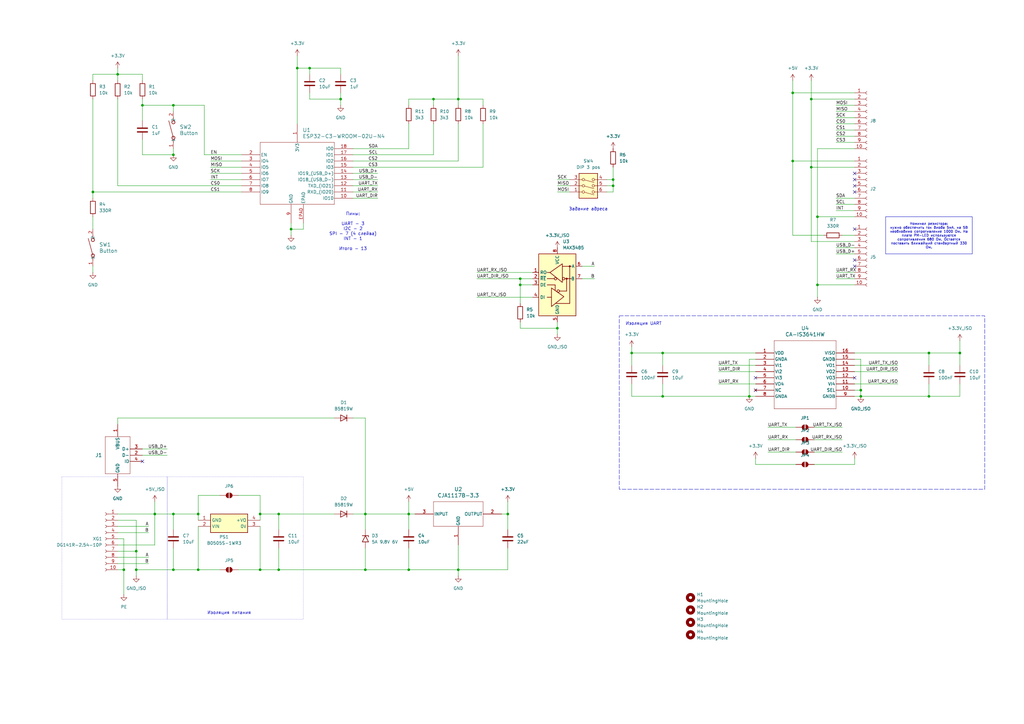
<source format=kicad_sch>
(kicad_sch (version 20231120) (generator "eeschema") (generator_version "8.0")
  (paper "A3")
  (title_block (title "${article} v${version}"))
  (junction (at 271.78 144.78))
  (junction (at 139.7 40.64))
  (junction (at 81.28 233.68))
  (junction (at 106.68 233.68))
  (junction (at 119.38 93.98))
  (junction (at 48.26 30.48))
  (junction (at 251.46 76.2))
  (junction (at 393.7 144.78))
  (junction (at 106.68 210.82))
  (junction (at 187.96 40.64))
  (junction (at 213.36 114.3))
  (junction (at 213.36 116.84))
  (junction (at 325.12 38.1))
  (junction (at 325.12 66.04))
  (junction (at 353.06 162.56))
  (junction (at 71.12 43.18))
  (junction (at 58.42 43.18))
  (junction (at 271.78 162.56))
  (junction (at 127 27.94))
  (junction (at 187.96 233.68))
  (junction (at 38.1 78.74))
  (junction (at 50.8 233.68))
  (junction (at 167.64 233.68))
  (junction (at 81.28 210.82))
  (junction (at 149.86 233.68))
  (junction (at 149.86 210.82))
  (junction (at 114.3 233.68))
  (junction (at 71.12 233.68))
  (junction (at 55.88 226.06))
  (junction (at 63.5 210.82))
  (junction (at 259.08 144.78))
  (junction (at 55.88 233.68))
  (junction (at 251.46 73.66))
  (junction (at 381 144.78))
  (junction (at 353.06 160.02))
  (junction (at 332.74 40.64))
  (junction (at 332.74 68.58))
  (junction (at 335.28 116.84))
  (junction (at 71.12 63.5))
  (junction (at 307.34 162.56))
  (junction (at 177.8 40.64))
  (junction (at 121.92 27.94))
  (junction (at 381 162.56))
  (junction (at 167.64 210.82))
  (junction (at 114.3 210.82))
  (junction (at 335.28 88.9))
  (junction (at 71.12 210.82))
  (junction (at 208.28 210.82))
  (junction (at 228.6 134.62))
  (no_connect (at 350.52 76.2))
  (no_connect (at 309.88 154.94))
  (no_connect (at 350.52 71.12))
  (no_connect (at 350.52 78.74))
  (no_connect (at 350.52 93.98))
  (no_connect (at 350.52 106.68))
  (no_connect (at 350.52 154.94))
  (no_connect (at 350.52 109.22))
  (no_connect (at 350.52 73.66))
  (no_connect (at 309.88 160.02))
  (no_connect (at 58.42 189.23))
  (wire (pts (xy 271.78 144.78) (xy 309.88 144.78)))
  (wire (pts (xy 332.74 40.64) (xy 350.52 40.64)))
  (wire (pts (xy 121.92 22.86) (xy 121.92 27.94)))
  (wire (pts (xy 334.01 185.42) (xy 345.44 185.42)))
  (wire (pts (xy 342.9 111.76) (xy 350.52 111.76)))
  (wire (pts (xy 350.52 157.48) (xy 368.3 157.48)))
  (wire (pts (xy 119.38 93.98) (xy 119.38 96.52)))
  (wire (pts (xy 325.12 66.04) (xy 325.12 96.52)))
  (wire (pts (xy 124.46 91.44) (xy 124.46 93.98)))
  (wire (pts (xy 58.42 30.48) (xy 58.42 33.02)))
  (wire (pts (xy 271.78 157.48) (xy 271.78 162.56)))
  (wire (pts (xy 228.6 78.74) (xy 233.68 78.74)))
  (wire (pts (xy 325.12 38.1) (xy 325.12 66.04)))
  (wire (pts (xy 342.9 50.8) (xy 350.52 50.8)))
  (wire (pts (xy 309.88 147.32) (xy 307.34 147.32)))
  (wire (pts (xy 50.8 233.68) (xy 48.26 233.68)))
  (wire (pts (xy 187.96 233.68) (xy 187.96 223.52)))
  (wire (pts (xy 248.92 76.2) (xy 251.46 76.2)))
  (wire (pts (xy 259.08 142.24) (xy 259.08 144.78)))
  (wire (pts (xy 271.78 149.86) (xy 271.78 144.78)))
  (wire (pts (xy 50.8 220.98) (xy 50.8 233.68)))
  (wire (pts (xy 144.78 171.45) (xy 149.86 171.45)))
  (wire (pts (xy 342.9 86.36) (xy 350.52 86.36)))
  (wire (pts (xy 167.64 210.82) (xy 167.64 217.17)))
  (wire (pts (xy 381 144.78) (xy 393.7 144.78)))
  (wire (pts (xy 248.92 73.66) (xy 251.46 73.66)))
  (wire (pts (xy 106.68 213.36) (xy 106.68 210.82)))
  (wire (pts (xy 71.12 43.18) (xy 71.12 45.72)))
  (wire (pts (xy 187.96 40.64) (xy 187.96 43.18)))
  (wire (pts (xy 58.42 43.18) (xy 58.42 49.53)))
  (wire (pts (xy 334.01 180.34) (xy 345.44 180.34)))
  (wire (pts (xy 58.42 63.5) (xy 71.12 63.5)))
  (wire (pts (xy 144.78 81.28) (xy 154.94 81.28)))
  (wire (pts (xy 259.08 149.86) (xy 259.08 144.78)))
  (wire (pts (xy 48.26 173.99) (xy 48.26 171.45)))
  (wire (pts (xy 381 144.78) (xy 350.52 144.78)))
  (wire (pts (xy 127 38.1) (xy 127 40.64)))
  (wire (pts (xy 342.9 101.6) (xy 350.52 101.6)))
  (wire (pts (xy 144.78 76.2) (xy 154.94 76.2)))
  (wire (pts (xy 335.28 60.96) (xy 335.28 88.9)))
  (wire (pts (xy 393.7 157.48) (xy 393.7 162.56)))
  (wire (pts (xy 294.64 152.4) (xy 309.88 152.4)))
  (wire (pts (xy 81.28 215.9) (xy 81.28 233.68)))
  (wire (pts (xy 187.96 50.8) (xy 187.96 66.04)))
  (wire (pts (xy 149.86 224.79) (xy 149.86 233.68)))
  (wire (pts (xy 332.74 68.58) (xy 350.52 68.58)))
  (wire (pts (xy 71.12 224.79) (xy 71.12 233.68)))
  (wire (pts (xy 48.26 213.36) (xy 55.88 213.36)))
  (wire (pts (xy 334.01 175.26) (xy 345.44 175.26)))
  (wire (pts (xy 314.96 185.42) (xy 326.39 185.42)))
  (wire (pts (xy 353.06 162.56) (xy 381 162.56)))
  (wire (pts (xy 307.34 162.56) (xy 309.88 162.56)))
  (wire (pts (xy 342.9 48.26) (xy 350.52 48.26)))
  (wire (pts (xy 381 157.48) (xy 381 162.56)))
  (wire (pts (xy 71.12 217.17) (xy 71.12 210.82)))
  (wire (pts (xy 213.36 132.08) (xy 213.36 134.62)))
  (wire (pts (xy 114.3 224.79) (xy 114.3 233.68)))
  (wire (pts (xy 86.36 71.12) (xy 99.06 71.12)))
  (wire (pts (xy 38.1 88.9) (xy 38.1 93.98)))
  (wire (pts (xy 38.1 30.48) (xy 48.26 30.48)))
  (wire (pts (xy 106.68 233.68) (xy 114.3 233.68)))
  (wire (pts (xy 195.58 114.3) (xy 213.36 114.3)))
  (wire (pts (xy 58.42 40.64) (xy 58.42 43.18)))
  (wire (pts (xy 350.52 60.96) (xy 335.28 60.96)))
  (wire (pts (xy 167.64 210.82) (xy 170.18 210.82)))
  (wire (pts (xy 38.1 33.02) (xy 38.1 30.48)))
  (wire (pts (xy 58.42 186.69) (xy 68.58 186.69)))
  (wire (pts (xy 342.9 53.34) (xy 350.52 53.34)))
  (wire (pts (xy 48.26 30.48) (xy 58.42 30.48)))
  (wire (pts (xy 58.42 184.15) (xy 68.58 184.15)))
  (wire (pts (xy 149.86 210.82) (xy 149.86 217.17)))
  (wire (pts (xy 121.92 27.94) (xy 121.92 50.8)))
  (wire (pts (xy 187.96 236.22) (xy 187.96 233.68)))
  (wire (pts (xy 127 40.64) (xy 139.7 40.64)))
  (wire (pts (xy 71.12 43.18) (xy 83.82 43.18)))
  (wire (pts (xy 167.64 40.64) (xy 177.8 40.64)))
  (wire (pts (xy 38.1 109.22) (xy 38.1 111.76)))
  (wire (pts (xy 177.8 40.64) (xy 187.96 40.64)))
  (wire (pts (xy 38.1 78.74) (xy 38.1 40.64)))
  (wire (pts (xy 325.12 33.02) (xy 325.12 38.1)))
  (wire (pts (xy 48.26 40.64) (xy 48.26 76.2)))
  (wire (pts (xy 228.6 134.62) (xy 228.6 137.16)))
  (wire (pts (xy 259.08 144.78) (xy 271.78 144.78)))
  (wire (pts (xy 208.28 210.82) (xy 208.28 217.17)))
  (wire (pts (xy 167.64 50.8) (xy 167.64 60.96)))
  (wire (pts (xy 48.26 228.6) (xy 60.96 228.6)))
  (wire (pts (xy 144.78 210.82) (xy 149.86 210.82)))
  (wire (pts (xy 119.38 91.44) (xy 119.38 93.98)))
  (wire (pts (xy 121.92 27.94) (xy 127 27.94)))
  (wire (pts (xy 218.44 116.84) (xy 213.36 116.84)))
  (wire (pts (xy 139.7 27.94) (xy 139.7 30.48)))
  (wire (pts (xy 106.68 210.82) (xy 114.3 210.82)))
  (wire (pts (xy 149.86 233.68) (xy 167.64 233.68)))
  (wire (pts (xy 350.52 116.84) (xy 335.28 116.84)))
  (wire (pts (xy 208.28 233.68) (xy 187.96 233.68)))
  (wire (pts (xy 55.88 226.06) (xy 55.88 233.68)))
  (wire (pts (xy 393.7 149.86) (xy 393.7 144.78)))
  (wire (pts (xy 55.88 213.36) (xy 55.88 226.06)))
  (wire (pts (xy 309.88 190.5) (xy 309.88 187.96)))
  (wire (pts (xy 294.64 157.48) (xy 309.88 157.48)))
  (wire (pts (xy 48.26 223.52) (xy 63.5 223.52)))
  (wire (pts (xy 81.28 233.68) (xy 90.17 233.68)))
  (wire (pts (xy 71.12 233.68) (xy 81.28 233.68)))
  (wire (pts (xy 167.64 233.68) (xy 187.96 233.68)))
  (wire (pts (xy 48.26 220.98) (xy 50.8 220.98)))
  (wire (pts (xy 63.5 205.74) (xy 63.5 210.82)))
  (wire (pts (xy 55.88 233.68) (xy 71.12 233.68)))
  (wire (pts (xy 144.78 68.58) (xy 198.12 68.58)))
  (wire (pts (xy 48.26 171.45) (xy 137.16 171.45)))
  (wire (pts (xy 127 27.94) (xy 139.7 27.94)))
  (wire (pts (xy 38.1 78.74) (xy 38.1 81.28)))
  (wire (pts (xy 71.12 60.96) (xy 71.12 63.5)))
  (wire (pts (xy 177.8 43.18) (xy 177.8 40.64)))
  (wire (pts (xy 342.9 58.42) (xy 350.52 58.42)))
  (wire (pts (xy 251.46 68.58) (xy 251.46 73.66)))
  (wire (pts (xy 139.7 40.64) (xy 139.7 43.18)))
  (wire (pts (xy 350.52 187.96) (xy 350.52 190.5)))
  (wire (pts (xy 119.38 93.98) (xy 124.46 93.98)))
  (wire (pts (xy 337.82 96.52) (xy 325.12 96.52)))
  (wire (pts (xy 271.78 162.56) (xy 307.34 162.56)))
  (wire (pts (xy 83.82 43.18) (xy 83.82 63.5)))
  (wire (pts (xy 63.5 210.82) (xy 63.5 223.52)))
  (wire (pts (xy 97.79 233.68) (xy 106.68 233.68)))
  (wire (pts (xy 208.28 210.82) (xy 208.28 205.74)))
  (wire (pts (xy 381 149.86) (xy 381 144.78)))
  (wire (pts (xy 90.17 203.2) (xy 81.28 203.2)))
  (wire (pts (xy 48.26 76.2) (xy 99.06 76.2)))
  (wire (pts (xy 393.7 139.7) (xy 393.7 144.78)))
  (wire (pts (xy 71.12 210.82) (xy 81.28 210.82)))
  (wire (pts (xy 350.52 190.5) (xy 334.01 190.5)))
  (wire (pts (xy 106.68 215.9) (xy 106.68 233.68)))
  (wire (pts (xy 350.52 152.4) (xy 368.3 152.4)))
  (wire (pts (xy 228.6 73.66) (xy 233.68 73.66)))
  (wire (pts (xy 228.6 134.62) (xy 228.6 132.08)))
  (wire (pts (xy 342.9 55.88) (xy 350.52 55.88)))
  (wire (pts (xy 350.52 160.02) (xy 353.06 160.02)))
  (wire (pts (xy 350.52 147.32) (xy 353.06 147.32)))
  (wire (pts (xy 381 162.56) (xy 393.7 162.56)))
  (wire (pts (xy 342.9 114.3) (xy 350.52 114.3)))
  (wire (pts (xy 259.08 162.56) (xy 271.78 162.56)))
  (wire (pts (xy 187.96 40.64) (xy 198.12 40.64)))
  (wire (pts (xy 332.74 40.64) (xy 332.74 68.58)))
  (wire (pts (xy 213.36 116.84) (xy 213.36 124.46)))
  (wire (pts (xy 195.58 121.92) (xy 218.44 121.92)))
  (wire (pts (xy 63.5 210.82) (xy 48.26 210.82)))
  (wire (pts (xy 228.6 76.2) (xy 233.68 76.2)))
  (wire (pts (xy 144.78 78.74) (xy 154.94 78.74)))
  (wire (pts (xy 114.3 217.17) (xy 114.3 210.82)))
  (wire (pts (xy 187.96 22.86) (xy 187.96 40.64)))
  (wire (pts (xy 208.28 224.79) (xy 208.28 233.68)))
  (wire (pts (xy 149.86 233.68) (xy 114.3 233.68)))
  (wire (pts (xy 195.58 111.76) (xy 218.44 111.76)))
  (wire (pts (xy 332.74 33.02) (xy 332.74 40.64)))
  (wire (pts (xy 149.86 171.45) (xy 149.86 210.82)))
  (wire (pts (xy 213.36 134.62) (xy 228.6 134.62)))
  (wire (pts (xy 342.9 81.28) (xy 350.52 81.28)))
  (wire (pts (xy 114.3 210.82) (xy 137.16 210.82)))
  (wire (pts (xy 177.8 50.8) (xy 177.8 63.5)))
  (wire (pts (xy 58.42 43.18) (xy 71.12 43.18)))
  (wire (pts (xy 332.74 99.06) (xy 350.52 99.06)))
  (wire (pts (xy 353.06 147.32) (xy 353.06 160.02)))
  (wire (pts (xy 144.78 60.96) (xy 167.64 60.96)))
  (wire (pts (xy 48.26 30.48) (xy 48.26 33.02)))
  (wire (pts (xy 314.96 180.34) (xy 326.39 180.34)))
  (wire (pts (xy 251.46 76.2) (xy 251.46 78.74)))
  (wire (pts (xy 248.92 78.74) (xy 251.46 78.74)))
  (wire (pts (xy 314.96 175.26) (xy 326.39 175.26)))
  (wire (pts (xy 81.28 213.36) (xy 81.28 210.82)))
  (wire (pts (xy 325.12 38.1) (xy 350.52 38.1)))
  (wire (pts (xy 335.28 116.84) (xy 335.28 121.92)))
  (wire (pts (xy 326.39 190.5) (xy 309.88 190.5)))
  (wire (pts (xy 353.06 160.02) (xy 353.06 162.56)))
  (wire (pts (xy 144.78 66.04) (xy 187.96 66.04)))
  (wire (pts (xy 63.5 210.82) (xy 71.12 210.82)))
  (wire (pts (xy 144.78 71.12) (xy 154.94 71.12)))
  (wire (pts (xy 86.36 68.58) (xy 99.06 68.58)))
  (wire (pts (xy 251.46 73.66) (xy 251.46 76.2)))
  (wire (pts (xy 259.08 157.48) (xy 259.08 162.56)))
  (wire (pts (xy 167.64 205.74) (xy 167.64 210.82)))
  (wire (pts (xy 50.8 243.84) (xy 50.8 233.68)))
  (wire (pts (xy 238.76 109.22) (xy 243.84 109.22)))
  (wire (pts (xy 167.64 224.79) (xy 167.64 233.68)))
  (wire (pts (xy 198.12 43.18) (xy 198.12 40.64)))
  (wire (pts (xy 48.26 215.9) (xy 60.96 215.9)))
  (wire (pts (xy 342.9 45.72) (xy 350.52 45.72)))
  (wire (pts (xy 342.9 43.18) (xy 350.52 43.18)))
  (wire (pts (xy 342.9 104.14) (xy 350.52 104.14)))
  (wire (pts (xy 213.36 116.84) (xy 213.36 114.3)))
  (wire (pts (xy 205.74 210.82) (xy 208.28 210.82)))
  (wire (pts (xy 238.76 114.3) (xy 243.84 114.3)))
  (wire (pts (xy 350.52 96.52) (xy 345.44 96.52)))
  (wire (pts (xy 350.52 149.86) (xy 368.3 149.86)))
  (wire (pts (xy 97.79 203.2) (xy 106.68 203.2)))
  (wire (pts (xy 350.52 162.56) (xy 353.06 162.56)))
  (wire (pts (xy 144.78 73.66) (xy 154.94 73.66)))
  (wire (pts (xy 149.86 210.82) (xy 167.64 210.82)))
  (wire (pts (xy 335.28 116.84) (xy 335.28 88.9)))
  (wire (pts (xy 127 30.48) (xy 127 27.94)))
  (wire (pts (xy 48.26 231.14) (xy 60.96 231.14)))
  (wire (pts (xy 48.26 27.94) (xy 48.26 30.48)))
  (wire (pts (xy 335.28 88.9) (xy 350.52 88.9)))
  (wire (pts (xy 144.78 63.5) (xy 177.8 63.5)))
  (wire (pts (xy 106.68 203.2) (xy 106.68 210.82)))
  (wire (pts (xy 294.64 149.86) (xy 309.88 149.86)))
  (wire (pts (xy 307.34 147.32) (xy 307.34 162.56)))
  (wire (pts (xy 332.74 99.06) (xy 332.74 68.58)))
  (wire (pts (xy 198.12 50.8) (xy 198.12 68.58)))
  (wire (pts (xy 55.88 233.68) (xy 55.88 236.22)))
  (wire (pts (xy 86.36 66.04) (xy 99.06 66.04)))
  (wire (pts (xy 58.42 57.15) (xy 58.42 63.5)))
  (wire (pts (xy 81.28 203.2) (xy 81.28 210.82)))
  (wire (pts (xy 325.12 66.04) (xy 350.52 66.04)))
  (wire (pts (xy 342.9 83.82) (xy 350.52 83.82)))
  (wire (pts (xy 83.82 63.5) (xy 99.06 63.5)))
  (wire (pts (xy 48.26 226.06) (xy 55.88 226.06)))
  (wire (pts (xy 213.36 114.3) (xy 218.44 114.3)))
  (wire (pts (xy 38.1 78.74) (xy 99.06 78.74)))
  (wire (pts (xy 86.36 73.66) (xy 99.06 73.66)))
  (wire (pts (xy 139.7 38.1) (xy 139.7 40.64)))
  (wire (pts (xy 48.26 218.44) (xy 60.96 218.44)))
  (wire (pts (xy 167.64 43.18) (xy 167.64 40.64)))
  (rectangle (start 25.4 195.58) (end 68.58 254) (stroke (width 0) (type dot)))
  (rectangle (start 254 129.54) (end 403.86 200.66) (stroke (width 0) (type dash)))
  (rectangle (start 68.58 195.58) (end 124.46 254) (stroke (width 0) (type dot)))
  (text_box "Номинал резистора:\nнужно обеспечить ток диода 5мА, на 5В необходимо сопротивление 1000 Ом. На плате PM-LED используются сопротивления 680 Ом. Остается поставить ближайший стандартный 330 Ом." (at 363.22 88.9 0) (size 35.56 15.24) (effects (font (size 1 1))))
  (text "Задание адреса" (at 241.3 85.852 0) (effects (font (size 1.27 1.27))))
  (text "Пины:\n\nUART - 3\nI2C - 2\nSPI - 7 (4 слейва)\nINT - 1\n\nИтого - 13" (at 144.78 94.996 0) (effects (font (size 1.27 1.27))))
  (text "Изоляция UART" (at 256.54 132.08 0) (effects (font (size 1.27 1.27)) (justify left top)))
  (text "Изоляция питания" (at 93.98 251.46 0) (effects (font (size 1.27 1.27))))
  (label "UART_RX_ISO" (at 368.3 157.48 180))
  (label "SDA" (at 342.9 81.28 0))
  (label "USB_D+" (at 68.58 184.15 180))
  (label "CS2" (at 154.94 66.04 180))
  (label "UART_DIR_ISO" (at 195.58 114.3 0))
  (label "USB_D-" (at 68.58 186.69 180))
  (label "CS0" (at 86.36 76.2 0))
  (label "CS1" (at 86.36 78.74 0))
  (label "UART_RX" (at 294.64 157.48 0))
  (label "UART_DIR_ISO" (at 368.3 152.4 180))
  (label "SCK" (at 228.6 73.66 0))
  (label "CS1" (at 342.9 53.34 0))
  (label "UART_TX_ISO" (at 345.44 175.26 180))
  (label "CS2" (at 342.9 55.88 0))
  (label "MISO" (at 228.6 76.2 0))
  (label "SCK" (at 86.36 71.12 0))
  (label "MOSI" (at 342.9 43.18 0))
  (label "UART_DIR" (at 314.96 185.42 0))
  (label "SCL" (at 342.9 83.82 0))
  (label "CS0" (at 342.9 50.8 0))
  (label "UART_DIR" (at 294.64 152.4 0))
  (label "SCK" (at 342.9 48.26 0))
  (label "UART_RX" (at 314.96 180.34 0))
  (label "USB_D+" (at 342.9 104.14 0))
  (label "A" (at 243.84 109.22 180))
  (label "INT" (at 342.9 86.36 0))
  (label "USB_D-" (at 154.94 73.66 180))
  (label "SCL" (at 154.94 63.5 180))
  (label "UART_RX_ISO" (at 345.44 180.34 180))
  (label "USB_D+" (at 154.94 71.12 180))
  (label "A" (at 60.96 228.6 180))
  (label "MISO" (at 342.9 45.72 0))
  (label "UART_TX_ISO" (at 368.3 149.86 180))
  (label "A" (at 60.96 215.9 180))
  (label "UART_DIR_ISO" (at 345.44 185.42 180))
  (label "UART_TX_ISO" (at 195.58 121.92 0))
  (label "CS3" (at 342.9 58.42 0))
  (label "MISO" (at 86.36 68.58 0))
  (label "SDA" (at 154.94 60.96 180))
  (label "UART_TX" (at 342.9 114.3 0))
  (label "UART_TX" (at 294.64 149.86 0))
  (label "UART_RX" (at 154.94 78.74 180))
  (label "UART_RX_ISO" (at 195.58 111.76 0))
  (label "CS3" (at 154.94 68.58 180))
  (label "EN" (at 86.36 63.5 0))
  (label "MOSI" (at 228.6 78.74 0))
  (label "UART_TX" (at 314.96 175.26 0))
  (label "UART_RX" (at 342.9 111.76 0))
  (label "B" (at 60.96 218.44 180))
  (label "MOSI" (at 86.36 66.04 0))
  (label "B" (at 60.96 231.14 180))
  (label "UART_TX" (at 154.94 76.2 180))
  (label "INT" (at 86.36 73.66 0))
  (label "USB_D-" (at 342.9 101.6 0))
  (label "UART_DIR" (at 154.94 81.28 180))
  (label "B" (at 243.84 114.3 180))
  (symbol (lib_id "kicad_inventree_lib:R_10k_1206_1%") (at 48.26 36.83 0) (unit 1)
    (property "Reference" "R2" (at 50.8 35.5599 0) (effects (justify left)))
    (property "Value" "10k" (at 50.8 38.0999 0) (effects (justify left)))
    (property "Footprint" "Resistor_SMD:R_1206_3216Metric_Pad1.30x1.75mm_HandSolder" (effects (hide yes)))
    (property "Datasheet" "http://inventree.network/part/26/" (effects (hide yes)))
    (property "Description" "Resistor" (effects (hide yes)))
    (property "NextPCB_price" "0.00169" (effects (hide yes)))
    (property "NextPCB_url" "https://www.hqonline.com/product-detail/chip-resistors-fojan-frc1206f3301ts-2500354421" (effects (hide yes)))
    (property "part_ipn" "R_10k_1206_1%" (effects (hide yes)))
  )
  (symbol (lib_id "Mechanical:MountingHole") (at 283.21 250.19 0) (unit 1) (exclude_from_sim yes) (in_bom no)
    (property "Reference" "H2" (at 285.75 248.9199 0) (effects (justify left)))
    (property "Value" "MountingHole" (at 285.75 251.4599 0) (effects (justify left)))
    (property "Footprint" "MountingHole:MountingHole_2.2mm_M2" (effects (hide yes)))
    (property "Description" "Mounting Hole without connection" (effects (hide yes)))
  )
  (symbol (lib_id "kicad_inventree_lib:DA-03BLP") (at 241.3 76.2 0) (mirror x) (unit 1)
    (property "Reference" "SW4" (at 241.3 66.04 0))
    (property "Value" "DIP 3 pos" (at 241.3 68.58 0))
    (property "Footprint" "kicad_inventree_lib:DA03BLP" (effects (hide yes)))
    (property "Datasheet" "http://inventree.network/part/175/" (effects (hide yes)))
    (property "Description" " 3 positions SPST 24V Blue 25mA 3000 Times Flat Toggle, Raised Style Plugin DIP Switches" (effects (hide yes)))
    (property "part_ipn" "DA-03BLP" (effects (hide yes)))
  )
  (symbol (lib_id "kicad_inventree_lib:TS-1088-AR02016") (at 71.12 60.96 90) (unit 1)
    (property "Reference" "SW2" (at 73.66 52.0699 90) (effects (font (size 1.524 1.524)) (justify right)))
    (property "Value" "Button" (at 73.66 54.6099 90) (effects (font (size 1.524 1.524)) (justify right)))
    (property "Footprint" "kicad_inventree_lib:SW_TS-1088_XNP-M" (effects (hide yes)))
    (property "Datasheet" "http://inventree.network/part/139/" (effects (hide yes)))
    (property "part_ipn" "TS-1088-AR02016 " (effects (hide yes)))
  )
  (symbol (lib_id "kicad_inventree_lib:R_10k_1206_1%") (at 251.46 64.77 0) (unit 1)
    (property "Reference" "R6" (at 254 63.4999 0) (effects (justify left)))
    (property "Value" "10k" (at 254 66.0399 0) (effects (justify left)))
    (property "Footprint" "Resistor_SMD:R_1206_3216Metric_Pad1.30x1.75mm_HandSolder" (effects (hide yes)))
    (property "Datasheet" "http://inventree.network/part/26/" (effects (hide yes)))
    (property "Description" "Resistor" (effects (hide yes)))
    (property "NextPCB_price" "0.00169" (effects (hide yes)))
    (property "NextPCB_url" "https://www.hqonline.com/product-detail/chip-resistors-fojan-frc1206f3301ts-2500354421" (effects (hide yes)))
    (property "part_ipn" "R_10k_1206_1%" (effects (hide yes)))
  )
  (symbol (lib_id "kicad_inventree_lib:C_10uF_16V_1206") (at 127 34.29 180) (unit 1)
    (property "Reference" "C2" (at 130.81 33.0199 0) (effects (justify right)))
    (property "Value" "10uF" (at 130.81 35.5599 0) (effects (justify right)))
    (property "Footprint" "Capacitor_SMD:C_1206_3216Metric_Pad1.33x1.80mm_HandSolder" (effects (hide yes)))
    (property "Datasheet" "http://inventree.network/part/141/" (effects (hide yes)))
    (property "Description" "Unpolarized capacitor" (effects (hide yes)))
    (property "part_ipn" "C_10uF_16V_1206" (effects (hide yes)))
  )
  (symbol (lib_id "power:GND") (at 307.34 162.56 0) (unit 1)
    (property "Reference" "#PWR021" (effects (hide yes)))
    (property "Value" "GND" (at 307.34 167.64 0))
    (property "Description" "Power symbol creates a global label with name \"GND\" , ground" (effects (hide yes)))
  )
  (symbol (lib_id "kicad_inventree_lib:R_330R_1206_1%") (at 38.1 85.09 0) (unit 1)
    (property "Reference" "R4" (at 40.64 83.8199 0) (effects (justify left)))
    (property "Value" "330R" (at 40.64 86.3599 0) (effects (justify left)))
    (property "Footprint" "Resistor_SMD:R_1206_3216Metric_Pad1.30x1.75mm_HandSolder" (effects (hide yes)))
    (property "Datasheet" "http://inventree.network/part/140/" (effects (hide yes)))
    (property "Description" "Resistor" (effects (hide yes)))
    (property "part_ipn" "R_330R_1206_1% " (effects (hide yes)))
  )
  (symbol (lib_id "power:+3.3V") (at 251.46 60.96 0) (unit 1)
    (property "Reference" "#PWR012" (effects (hide yes)))
    (property "Value" "+3.3V" (at 251.46 55.88 0))
    (property "Description" "Power symbol creates a global label with name \"+3.3V\"" (effects (hide yes)))
  )
  (symbol (lib_id "kicad_inventree_lib:C_1uF_16V_1206") (at 58.42 53.34 0) (unit 1)
    (property "Reference" "C1" (at 62.23 52.0699 0) (effects (justify left)))
    (property "Value" "1uF" (at 62.23 54.6099 0) (effects (justify left)))
    (property "Footprint" "Capacitor_SMD:C_1206_3216Metric_Pad1.33x1.80mm_HandSolder" (effects (hide yes)))
    (property "Datasheet" "http://inventree.network/part/141/" (effects (hide yes)))
    (property "Description" "Unpolarized capacitor" (effects (hide yes)))
    (property "part_ipn" "C_1uF_16V_1206" (effects (hide yes)))
  )
  (symbol (lib_id "power:GND") (at 139.7 43.18 0) (unit 1)
    (property "Reference" "#PWR010" (effects (hide yes)))
    (property "Value" "GND" (at 139.7 48.26 0))
    (property "Description" "Power symbol creates a global label with name \"GND\" , ground" (effects (hide yes)))
  )
  (symbol (lib_id "kicad_inventree_lib:R_10k_1206_1%") (at 38.1 36.83 0) (unit 1)
    (property "Reference" "R3" (at 40.64 35.5599 0) (effects (justify left)))
    (property "Value" "10k" (at 40.64 38.0999 0) (effects (justify left)))
    (property "Footprint" "Resistor_SMD:R_1206_3216Metric_Pad1.30x1.75mm_HandSolder" (effects (hide yes)))
    (property "Datasheet" "http://inventree.network/part/26/" (effects (hide yes)))
    (property "Description" "Resistor" (effects (hide yes)))
    (property "NextPCB_price" "0.00169" (effects (hide yes)))
    (property "NextPCB_url" "https://www.hqonline.com/product-detail/chip-resistors-fojan-frc1206f3301ts-2500354421" (effects (hide yes)))
    (property "part_ipn" "R_10k_1206_1%" (effects (hide yes)))
  )
  (symbol (lib_id "kicad_inventree_lib:C_22uF_16V_1206") (at 208.28 220.98 0) (unit 1)
    (property "Reference" "C5" (at 212.09 219.7099 0) (effects (justify left)))
    (property "Value" "22uF" (at 212.09 222.2499 0) (effects (justify left)))
    (property "Footprint" "Capacitor_SMD:C_1206_3216Metric_Pad1.33x1.80mm_HandSolder" (effects (hide yes)))
    (property "Datasheet" "http://inventree.network/part/166/" (effects (hide yes)))
    (property "Description" "Unpolarized capacitor" (effects (hide yes)))
    (property "part_ipn" "C_22uF_16V_1206" (effects (hide yes)))
  )
  (symbol (lib_id "power:+5V") (at 325.12 33.02 0) (unit 1)
    (property "Reference" "#PWR03" (effects (hide yes)))
    (property "Value" "+5V" (at 325.12 27.94 0))
    (property "Description" "Power symbol creates a global label with name \"+5V\"" (effects (hide yes)))
  )
  (symbol (lib_id "kicad_inventree_lib:C_10uF_16V_1206") (at 271.78 153.67 0) (unit 1)
    (property "Reference" "C9" (at 275.59 152.3999 0) (effects (justify left)))
    (property "Value" "10uF" (at 275.59 154.9399 0) (effects (justify left)))
    (property "Footprint" "Capacitor_SMD:C_1206_3216Metric_Pad1.33x1.80mm_HandSolder" (effects (hide yes)))
    (property "Datasheet" "http://inventree.network/part/141/" (effects (hide yes)))
    (property "Description" "Unpolarized capacitor" (effects (hide yes)))
    (property "part_ipn" "C_10uF_16V_1206" (effects (hide yes)))
  )
  (symbol (lib_id "Jumper:SolderJumper_2_Open") (at 330.2 185.42 0) (unit 1) (exclude_from_sim yes) (in_bom no)
    (property "Reference" "JP3" (at 330.2 181.61 0))
    (property "Value" "SolderJumper_2_Open" (effects (hide yes)))
    (property "Footprint" "Jumper:SolderJumper-2_P1.3mm_Open_RoundedPad1.0x1.5mm" (effects (hide yes)))
    (property "Description" "Solder Jumper, 2-pole, open" (effects (hide yes)))
  )
  (symbol (lib_id "power:+3.3V") (at 350.52 187.96 0) (unit 1)
    (property "Reference" "#PWR026" (effects (hide yes)))
    (property "Value" "+3.3V_ISO" (at 350.52 182.88 0))
    (property "Description" "Power symbol creates a global label with name \"+3.3V\"" (effects (hide yes)))
  )
  (symbol (lib_id "kicad_inventree_lib:DG141R-2.54-10P") (at 43.18 220.98 0) (mirror y) (unit 1)
    (property "Reference" "XG1" (at 41.91 220.9799 0) (effects (justify left)))
    (property "Value" "DG141R-2.54-10P" (at 41.91 223.5199 0) (effects (justify left)))
    (property "Footprint" "kicad_inventree_lib:DG141R-2.54-10P" (effects (hide yes)))
    (property "Description" "Generic connector, single row, 01x10, script generated" (effects (hide yes)))
  )
  (symbol (lib_id "kicad_inventree_lib:B5819W") (at 140.97 171.45 180) (unit 1)
    (property "Reference" "D1" (at 140.97 165.1 0))
    (property "Value" "B5819W" (at 140.97 167.64 0))
    (property "Footprint" "Diode_SMD:D_SOD-123" (effects (hide yes)))
    (property "Datasheet" "http://inventree.network/part/6/" (effects (hide yes)))
    (property "Description" "Schottky diode" (effects (hide yes)))
    (property "Sim.Device" "D" (effects (hide yes)))
    (property "Sim.Pins" "1=K 2=A" (effects (hide yes)))
    (property "Manufacturer" "MDD" (effects (hide yes)))
    (property "NextPCB_price" "0.0107" (effects (hide yes)))
    (property "NextPCB_url" "https://www.hqonline.com/product-detail/schottky-diode-mdd-b5819w-2500218931" (effects (hide yes)))
    (property "part_ipn" "B5819W" (effects (hide yes)))
  )
  (symbol (lib_id "kicad_inventree_lib:TS-1088-AR02016") (at 38.1 109.22 90) (unit 1)
    (property "Reference" "SW1" (at 40.64 100.3299 90) (effects (font (size 1.524 1.524)) (justify right)))
    (property "Value" "Button" (at 40.64 102.8699 90) (effects (font (size 1.524 1.524)) (justify right)))
    (property "Footprint" "kicad_inventree_lib:SW_TS-1088_XNP-M" (effects (hide yes)))
    (property "Datasheet" "http://inventree.network/part/139/" (effects (hide yes)))
    (property "part_ipn" "TS-1088-AR02016 " (effects (hide yes)))
  )
  (symbol (lib_id "power:GND") (at 71.12 63.5 0) (unit 1)
    (property "Reference" "#PWR09" (effects (hide yes)))
    (property "Value" "GND" (at 71.12 68.58 0))
    (property "Description" "Power symbol creates a global label with name \"GND\" , ground" (effects (hide yes)))
  )
  (symbol (lib_id "Mechanical:MountingHole") (at 283.21 260.35 0) (unit 1) (exclude_from_sim yes) (in_bom no)
    (property "Reference" "H4" (at 285.75 259.0799 0) (effects (justify left)))
    (property "Value" "MountingHole" (at 285.75 261.6199 0) (effects (justify left)))
    (property "Footprint" "MountingHole:MountingHole_2.2mm_M2" (effects (hide yes)))
    (property "Description" "Mounting Hole without connection" (effects (hide yes)))
  )
  (symbol (lib_id "kicad_inventree_lib:AFA07-S10FCC-00") (at 355.6 76.2 0) (unit 1)
    (property "Reference" "J2" (at 356.87 77.4699 0) (effects (justify left)))
    (property "Value" "AFA07-S10FCC-00" (effects (hide yes)))
    (property "Footprint" "kicad_inventree_lib:CONN10_AFA07-S10_JUS" (effects (hide yes)))
    (property "Datasheet" "http://inventree.network/part/170/" (effects (hide yes)))
    (property "Description" "Generic connector, single row, 01x10, script generated" (effects (hide yes)))
  )
  (symbol (lib_id "kicad_inventree_lib:LESD3Z5.0T1G") (at 149.86 220.98 270) (unit 1)
    (property "Reference" "D3" (at 152.4 219.7099 90) (effects (justify left)))
    (property "Value" "5A 9.8V 6V" (at 152.4 222.2499 90) (effects (justify left)))
    (property "Footprint" "Diode_SMD:D_SOD-323_HandSoldering" (effects (hide yes)))
    (property "Datasheet" "http://inventree.network/part/167/" (effects (hide yes)))
    (property "Description" "5A 9.8V 6V Unidirectional 5V SOD-323 ESD and Surge Protection (TVS/ESD) ROHS" (effects (hide yes)))
    (property "part_ipn" "LESD3Z5.0T1G" (effects (hide yes)))
  )
  (symbol (lib_id "kicad_inventree_lib:R_10k_1206_1%") (at 187.96 46.99 0) (unit 1)
    (property "Reference" "R8" (at 190.5 45.7199 0) (effects (justify left)))
    (property "Value" "10k" (at 190.5 48.2599 0) (effects (justify left)))
    (property "Footprint" "Resistor_SMD:R_1206_3216Metric_Pad1.30x1.75mm_HandSolder" (effects (hide yes)))
    (property "Datasheet" "http://inventree.network/part/26/" (effects (hide yes)))
    (property "Description" "Resistor" (effects (hide yes)))
    (property "NextPCB_price" "0.00169" (effects (hide yes)))
    (property "NextPCB_url" "https://www.hqonline.com/product-detail/chip-resistors-fojan-frc1206f3301ts-2500354421" (effects (hide yes)))
    (property "part_ipn" "R_10k_1206_1%" (effects (hide yes)))
  )
  (symbol (lib_id "kicad_inventree_lib:R_3k3_1206_1%") (at 177.8 46.99 0) (unit 1)
    (property "Reference" "R10" (at 180.34 45.7199 0) (effects (justify left)))
    (property "Value" "3k3" (at 180.34 48.2599 0) (effects (justify left)))
    (property "Footprint" "Resistor_SMD:R_1206_3216Metric_Pad1.30x1.75mm_HandSolder" (effects (hide yes)))
    (property "Datasheet" "http://inventree.network/part/4/" (effects (hide yes)))
    (property "Description" "Resistor" (effects (hide yes)))
    (property "NextPCB_price" "0.00169" (effects (hide yes)))
    (property "NextPCB_url" "https://www.hqonline.com/product-detail/chip-resistors-fojan-frc1206f3301ts-2500354421" (effects (hide yes)))
    (property "part_ipn" "R_3k3_1206_1%" (effects (hide yes)))
  )
  (symbol (lib_id "power:+3.3V") (at 332.74 33.02 0) (unit 1)
    (property "Reference" "#PWR04" (effects (hide yes)))
    (property "Value" "+3.3V" (at 332.74 27.94 0))
    (property "Description" "Power symbol creates a global label with name \"+3.3V\"" (effects (hide yes)))
  )
  (symbol (lib_id "kicad_inventree_lib:XKG_U254-051T-4BH83-S1S") (at 48.26 179.07 0) (mirror y) (unit 1)
    (property "Reference" "J1" (at 41.91 186.6899 0) (effects (font (size 1.524 1.524)) (justify left)))
    (property "Value" "U254-051T-4BH83-S1S" (effects (hide yes)))
    (property "Footprint" "kicad_inventree_lib:CONN5_H83-S1S_XKB" (effects (hide yes)))
    (property "Datasheet" "http://inventree.network/part/136/" (effects (hide yes)))
    (property "part_ipn" "U254-051T-4BH83-S1S " (effects (hide yes)))
  )
  (symbol (lib_id "kicad_inventree_lib:C_1uF_16V_1206") (at 139.7 34.29 0) (unit 1)
    (property "Reference" "C3" (at 143.51 33.0199 0) (effects (justify left)))
    (property "Value" "1uF" (at 143.51 35.5599 0) (effects (justify left)))
    (property "Footprint" "Capacitor_SMD:C_1206_3216Metric_Pad1.33x1.80mm_HandSolder" (effects (hide yes)))
    (property "Datasheet" "http://inventree.network/part/141/" (effects (hide yes)))
    (property "Description" "Unpolarized capacitor" (effects (hide yes)))
    (property "part_ipn" "C_1uF_16V_1206" (effects (hide yes)))
  )
  (symbol (lib_id "kicad_inventree_lib:B0505S-1WR3") (at 78.74 213.36 0) (unit 1)
    (property "Reference" "PS1" (at 89.916 220.218 0) (effects (justify left)))
    (property "Value" "B0505S-1WR3" (at 84.836 222.758 0) (effects (justify left)))
    (property "Footprint" "B0505S1WR3" (effects (hide yes)))
    (property "Datasheet" "https://datasheet.lcsc.com/szlcsc/1811151639_MORNSUN-Guangzhou-S-T-B0505S-1WR3_C131038.pdf" (effects (hide yes)))
    (property "Description" "SIP Converter" (effects (hide yes)))
    (property "Height" "10.16" (effects (hide yes)))
    (property "Manufacturer_Name" "Mornsun Power" (effects (hide yes)))
    (property "Manufacturer_Part_Number" "B0505S-1WR3" (effects (hide yes)))
  )
  (symbol (lib_id "Jumper:SolderJumper_2_Open") (at 93.98 203.2 0) (unit 1) (exclude_from_sim yes) (in_bom no)
    (property "Reference" "JP6" (at 93.98 199.39 0))
    (property "Value" "SolderJumper_2_Open" (effects (hide yes)))
    (property "Footprint" "Jumper:SolderJumper-2_P1.3mm_Open_RoundedPad1.0x1.5mm" (effects (hide yes)))
    (property "Description" "Solder Jumper, 2-pole, open" (effects (hide yes)))
  )
  (symbol (lib_id "power:+3.3V") (at 228.6 101.6 0) (unit 1)
    (property "Reference" "#PWR017" (effects (hide yes)))
    (property "Value" "+3.3V_ISO" (at 228.6 96.52 0))
    (property "Description" "Power symbol creates a global label with name \"+3.3V\"" (effects (hide yes)))
  )
  (symbol (lib_id "power:+3.3V") (at 121.92 22.86 0) (unit 1)
    (property "Reference" "#PWR014" (effects (hide yes)))
    (property "Value" "+3.3V" (at 121.92 17.78 0))
    (property "Description" "Power symbol creates a global label with name \"+3.3V\"" (effects (hide yes)))
  )
  (symbol (lib_id "power:GND") (at 187.96 236.22 0) (mirror y) (unit 1)
    (property "Reference" "#PWR05" (effects (hide yes)))
    (property "Value" "GND" (at 187.96 241.3 0))
    (property "Description" "Power symbol creates a global label with name \"GND\" , ground" (effects (hide yes)))
  )
  (symbol (lib_id "kicad_inventree_lib:R_330R_1206_1%") (at 341.63 96.52 90) (unit 1)
    (property "Reference" "R7" (at 341.63 90.17 90))
    (property "Value" "330R" (at 341.63 92.71 90))
    (property "Footprint" "Resistor_SMD:R_1206_3216Metric_Pad1.30x1.75mm_HandSolder" (effects (hide yes)))
    (property "Datasheet" "http://inventree.network/part/140/" (effects (hide yes)))
    (property "Description" "Resistor" (effects (hide yes)))
    (property "part_ipn" "R_330R_1206_1% " (effects (hide yes)))
  )
  (symbol (lib_id "kicad_inventree_lib:ESP32-C3-WROOM-02U-N4") (at 121.92 58.42 0) (unit 1)
    (property "Reference" "U1" (at 124.1141 53.34 0) (effects (font (size 1.524 1.524)) (justify left)))
    (property "Value" "ESP32-C3-WROOM-02U-N4" (at 124.1141 55.88 0) (effects (font (size 1.524 1.524)) (justify left)))
    (property "Footprint" "ESP32-C3-WROOM-02U_EXP" (effects (hide yes)))
    (property "Datasheet" "http://inventree.network/part/132/" (effects (hide yes)))
    (property "part_ipn" "ESP32-C3-WROOM-02U-N4" (effects (hide yes)))
  )
  (symbol (lib_id "kicad_inventree_lib:C_100nF_50V_1206") (at 259.08 153.67 0) (unit 1)
    (property "Reference" "C6" (at 262.89 152.3999 0) (effects (justify left)))
    (property "Value" "100nF" (at 262.89 154.9399 0) (effects (justify left)))
    (property "Footprint" "Capacitor_SMD:C_1206_3216Metric_Pad1.33x1.80mm_HandSolder" (effects (hide yes)))
    (property "Datasheet" "http://inventree.network/part/44/" (effects (hide yes)))
    (property "Description" "Unpolarized capacitor" (effects (hide yes)))
    (property "part_ipn" "C_100nF_50V_1206" (effects (hide yes)))
  )
  (symbol (lib_id "Interface_UART:MAX3485") (at 228.6 116.84 0) (unit 1)
    (property "Reference" "U3" (at 230.7941 99.06 0) (effects (justify left)))
    (property "Value" "MAX3485" (at 230.7941 101.6 0) (effects (justify left)))
    (property "Footprint" "Package_SO:SOIC-8_3.9x4.9mm_P1.27mm" (effects (hide yes)))
    (property "Datasheet" "https://datasheets.maximintegrated.com/en/ds/MAX3483-MAX3491.pdf" (effects (hide yes)))
    (property "Description" "True RS-485/RS-422, 10Mbps, Slew-Rate Limited, with low-power shutdown, with receiver/driver enable, 32 receiver drive capacitity, DIP-8 and SOIC-8" (effects (hide yes)))
  )
  (symbol (lib_id "power:GND") (at 38.1 111.76 0) (unit 1)
    (property "Reference" "#PWR08" (effects (hide yes)))
    (property "Value" "GND" (at 38.1 116.84 0))
    (property "Description" "Power symbol creates a global label with name \"GND\" , ground" (effects (hide yes)))
  )
  (symbol (lib_id "power:+3.3V") (at 393.7 139.7 0) (unit 1)
    (property "Reference" "#PWR020" (effects (hide yes)))
    (property "Value" "+3.3V_ISO" (at 393.7 134.62 0))
    (property "Description" "Power symbol creates a global label with name \"+3.3V\"" (effects (hide yes)))
  )
  (symbol (lib_id "kicad_inventree_lib:R_10k_1206_1%") (at 198.12 46.99 0) (unit 1)
    (property "Reference" "R9" (at 200.66 45.7199 0) (effects (justify left)))
    (property "Value" "10k" (at 200.66 48.2599 0) (effects (justify left)))
    (property "Footprint" "Resistor_SMD:R_1206_3216Metric_Pad1.30x1.75mm_HandSolder" (effects (hide yes)))
    (property "Datasheet" "http://inventree.network/part/26/" (effects (hide yes)))
    (property "Description" "Resistor" (effects (hide yes)))
    (property "NextPCB_price" "0.00169" (effects (hide yes)))
    (property "NextPCB_url" "https://www.hqonline.com/product-detail/chip-resistors-fojan-frc1206f3301ts-2500354421" (effects (hide yes)))
    (property "part_ipn" "R_10k_1206_1%" (effects (hide yes)))
  )
  (symbol (lib_id "kicad_inventree_lib:AFA07-S10FCC-00") (at 355.6 48.26 0) (unit 1)
    (property "Reference" "J8" (at 356.87 49.5299 0) (effects (justify left)))
    (property "Value" "AFA07-S10FCC-00" (effects (hide yes)))
    (property "Footprint" "kicad_inventree_lib:CONN10_AFA07-S10_JUS" (effects (hide yes)))
    (property "Datasheet" "http://inventree.network/part/170/" (effects (hide yes)))
    (property "Description" "Generic connector, single row, 01x10, script generated" (effects (hide yes)))
  )
  (symbol (lib_id "power:+5V") (at 63.5 205.74 0) (mirror y) (unit 1)
    (property "Reference" "#PWR024" (effects (hide yes)))
    (property "Value" "+5V_ISO" (at 63.5 200.66 0))
    (property "Description" "Power symbol creates a global label with name \"+5V\"" (effects (hide yes)))
  )
  (symbol (lib_id "power:GND") (at 353.06 162.56 0) (unit 1)
    (property "Reference" "#PWR022" (effects (hide yes)))
    (property "Value" "GND_ISO" (at 353.06 167.64 0))
    (property "Description" "Power symbol creates a global label with name \"GND\" , ground" (effects (hide yes)))
  )
  (symbol (lib_id "Mechanical:MountingHole") (at 283.21 255.27 0) (unit 1) (exclude_from_sim yes) (in_bom no)
    (property "Reference" "H3" (at 285.75 253.9999 0) (effects (justify left)))
    (property "Value" "MountingHole" (at 285.75 256.5399 0) (effects (justify left)))
    (property "Footprint" "MountingHole:MountingHole_2.2mm_M2" (effects (hide yes)))
    (property "Description" "Mounting Hole without connection" (effects (hide yes)))
  )
  (symbol (lib_id "power:GND") (at 119.38 96.52 0) (unit 1)
    (property "Reference" "#PWR07" (effects (hide yes)))
    (property "Value" "GND" (at 119.38 101.6 0))
    (property "Description" "Power symbol creates a global label with name \"GND\" , ground" (effects (hide yes)))
  )
  (symbol (lib_id "kicad_inventree_lib:C_10uF_16V_1206") (at 114.3 220.98 0) (unit 1)
    (property "Reference" "C11" (at 118.11 219.7099 0) (effects (justify left)))
    (property "Value" "10uF" (at 118.11 222.2499 0) (effects (justify left)))
    (property "Footprint" "Capacitor_SMD:C_1206_3216Metric_Pad1.33x1.80mm_HandSolder" (effects (hide yes)))
    (property "Datasheet" "http://inventree.network/part/141/" (effects (hide yes)))
    (property "Description" "Unpolarized capacitor" (effects (hide yes)))
    (property "part_ipn" "C_10uF_16V_1206" (effects (hide yes)))
  )
  (symbol (lib_id "power:+3.3V") (at 259.08 142.24 0) (unit 1)
    (property "Reference" "#PWR019" (effects (hide yes)))
    (property "Value" "+3.3V" (at 259.08 137.16 0))
    (property "Description" "Power symbol creates a global label with name \"+3.3V\"" (effects (hide yes)))
  )
  (symbol (lib_id "Jumper:SolderJumper_2_Open") (at 330.2 190.5 0) (unit 1) (exclude_from_sim yes) (in_bom no)
    (property "Reference" "JP4" (at 330.2 186.69 0))
    (property "Value" "SolderJumper_2_Open" (effects (hide yes)))
    (property "Footprint" "Jumper:SolderJumper-2_P1.3mm_Open_RoundedPad1.0x1.5mm" (effects (hide yes)))
    (property "Description" "Solder Jumper, 2-pole, open" (effects (hide yes)))
  )
  (symbol (lib_id "power:GND") (at 335.28 121.92 0) (unit 1)
    (property "Reference" "#PWR011" (effects (hide yes)))
    (property "Value" "GND" (at 335.28 127 0))
    (property "Description" "Power symbol creates a global label with name \"GND\" , ground" (effects (hide yes)))
  )
  (symbol (lib_id "power:+3.3V") (at 208.28 205.74 0) (unit 1)
    (property "Reference" "#PWR06" (effects (hide yes)))
    (property "Value" "+3.3V" (at 208.28 200.66 0))
    (property "Description" "Power symbol creates a global label with name \"+3.3V\"" (effects (hide yes)))
  )
  (symbol (lib_id "power:GND") (at 50.8 243.84 0) (mirror y) (unit 1)
    (property "Reference" "#PWR018" (effects (hide yes)))
    (property "Value" "PE" (at 50.8 248.92 0))
    (property "Description" "Power symbol creates a global label with name \"GND\" , ground" (effects (hide yes)))
  )
  (symbol (lib_id "kicad_inventree_lib:R_3k3_1206_1%") (at 167.64 46.99 0) (unit 1)
    (property "Reference" "R11" (at 170.18 45.7199 0) (effects (justify left)))
    (property "Value" "3k3" (at 170.18 48.2599 0) (effects (justify left)))
    (property "Footprint" "Resistor_SMD:R_1206_3216Metric_Pad1.30x1.75mm_HandSolder" (effects (hide yes)))
    (property "Datasheet" "http://inventree.network/part/4/" (effects (hide yes)))
    (property "Description" "Resistor" (effects (hide yes)))
    (property "NextPCB_price" "0.00169" (effects (hide yes)))
    (property "NextPCB_url" "https://www.hqonline.com/product-detail/chip-resistors-fojan-frc1206f3301ts-2500354421" (effects (hide yes)))
    (property "part_ipn" "R_3k3_1206_1%" (effects (hide yes)))
  )
  (symbol (lib_id "kicad_inventree_lib:B5819W") (at 140.97 210.82 180) (unit 1)
    (property "Reference" "D2" (at 140.97 204.47 0))
    (property "Value" "B5819W" (at 140.97 207.01 0))
    (property "Footprint" "Diode_SMD:D_SOD-123" (effects (hide yes)))
    (property "Datasheet" "http://inventree.network/part/6/" (effects (hide yes)))
    (property "Description" "Schottky diode" (effects (hide yes)))
    (property "Sim.Device" "D" (effects (hide yes)))
    (property "Sim.Pins" "1=K 2=A" (effects (hide yes)))
    (property "Manufacturer" "MDD" (effects (hide yes)))
    (property "NextPCB_price" "0.0107" (effects (hide yes)))
    (property "NextPCB_url" "https://www.hqonline.com/product-detail/schottky-diode-mdd-b5819w-2500218931" (effects (hide yes)))
    (property "part_ipn" "B5819W" (effects (hide yes)))
  )
  (symbol (lib_id "kicad_inventree_lib:AFA07-S10FCC-00") (at 355.6 104.14 0) (unit 1)
    (property "Reference" "J5" (at 356.87 105.4099 0) (effects (justify left)))
    (property "Value" "AFA07-S10FCC-00" (effects (hide yes)))
    (property "Footprint" "kicad_inventree_lib:CONN10_AFA07-S10_JUS" (effects (hide yes)))
    (property "Datasheet" "http://inventree.network/part/170/" (effects (hide yes)))
    (property "Description" "Generic connector, single row, 01x10, script generated" (effects (hide yes)))
  )
  (symbol (lib_id "power:GND") (at 48.26 199.39 0) (mirror y) (unit 1)
    (property "Reference" "#PWR028" (effects (hide yes)))
    (property "Value" "GND" (at 48.26 204.47 0))
    (property "Description" "Power symbol creates a global label with name \"GND\" , ground" (effects (hide yes)))
  )
  (symbol (lib_id "kicad_inventree_lib:C_10uF_16V_1206") (at 71.12 220.98 0) (unit 1)
    (property "Reference" "C7" (at 74.93 219.7099 0) (effects (justify left)))
    (property "Value" "10uF" (at 74.93 222.2499 0) (effects (justify left)))
    (property "Footprint" "Capacitor_SMD:C_1206_3216Metric_Pad1.33x1.80mm_HandSolder" (effects (hide yes)))
    (property "Datasheet" "http://inventree.network/part/141/" (effects (hide yes)))
    (property "Description" "Unpolarized capacitor" (effects (hide yes)))
    (property "part_ipn" "C_10uF_16V_1206" (effects (hide yes)))
  )
  (symbol (lib_id "Jumper:SolderJumper_2_Open") (at 330.2 175.26 0) (unit 1) (exclude_from_sim yes) (in_bom no)
    (property "Reference" "JP1" (at 330.2 171.45 0))
    (property "Value" "SolderJumper_2_Open" (effects (hide yes)))
    (property "Footprint" "Jumper:SolderJumper-2_P1.3mm_Open_RoundedPad1.0x1.5mm" (effects (hide yes)))
    (property "Description" "Solder Jumper, 2-pole, open" (effects (hide yes)))
  )
  (symbol (lib_id "kicad_inventree_lib:C_100nF_50V_1206") (at 381 153.67 0) (unit 1)
    (property "Reference" "C8" (at 384.81 152.3999 0) (effects (justify left)))
    (property "Value" "100nF" (at 384.81 154.9399 0) (effects (justify left)))
    (property "Footprint" "Capacitor_SMD:C_1206_3216Metric_Pad1.33x1.80mm_HandSolder" (effects (hide yes)))
    (property "Datasheet" "http://inventree.network/part/44/" (effects (hide yes)))
    (property "Description" "Unpolarized capacitor" (effects (hide yes)))
    (property "part_ipn" "C_100nF_50V_1206" (effects (hide yes)))
  )
  (symbol (lib_id "kicad_inventree_lib:CA-IS3641HW") (at 309.88 144.78 0) (unit 1)
    (property "Reference" "U4" (at 330.2 134.62 0) (effects (font (size 1.524 1.524))))
    (property "Value" "CA-IS3641HW" (at 330.2 137.16 0) (effects (font (size 1.524 1.524))))
    (property "Footprint" "kicad_inventree_lib:SOIC16-WBW_CLG-M" (effects (hide yes)))
    (property "Datasheet" "http://inventree.network/part/115/" (effects (hide yes)))
    (property "part_ipn" "CA-IS3641HW" (effects (hide yes)))
  )
  (symbol (lib_id "Jumper:SolderJumper_2_Open") (at 93.98 233.68 0) (unit 1) (exclude_from_sim yes) (in_bom no)
    (property "Reference" "JP5" (at 93.98 229.87 0))
    (property "Value" "SolderJumper_2_Open" (effects (hide yes)))
    (property "Footprint" "Jumper:SolderJumper-2_P1.3mm_Open_RoundedPad1.0x1.5mm" (effects (hide yes)))
    (property "Description" "Solder Jumper, 2-pole, open" (effects (hide yes)))
  )
  (symbol (lib_id "power:+3.3V") (at 48.26 27.94 0) (unit 1)
    (property "Reference" "#PWR016" (effects (hide yes)))
    (property "Value" "+3.3V" (at 48.26 22.86 0))
    (property "Description" "Power symbol creates a global label with name \"+3.3V\"" (effects (hide yes)))
  )
  (symbol (lib_id "power:GND") (at 55.88 236.22 0) (mirror y) (unit 1)
    (property "Reference" "#PWR02" (effects (hide yes)))
    (property "Value" "GND_ISO" (at 55.88 241.3 0))
    (property "Description" "Power symbol creates a global label with name \"GND\" , ground" (effects (hide yes)))
  )
  (symbol (lib_id "kicad_inventree_lib:C_10uF_16V_1206") (at 393.7 153.67 0) (unit 1)
    (property "Reference" "C10" (at 397.51 152.3999 0) (effects (justify left)))
    (property "Value" "10uF" (at 397.51 154.9399 0) (effects (justify left)))
    (property "Footprint" "Capacitor_SMD:C_1206_3216Metric_Pad1.33x1.80mm_HandSolder" (effects (hide yes)))
    (property "Datasheet" "http://inventree.network/part/141/" (effects (hide yes)))
    (property "Description" "Unpolarized capacitor" (effects (hide yes)))
    (property "part_ipn" "C_10uF_16V_1206" (effects (hide yes)))
  )
  (symbol (lib_id "Jumper:SolderJumper_2_Open") (at 330.2 180.34 0) (unit 1) (exclude_from_sim yes) (in_bom no)
    (property "Reference" "JP2" (at 330.2 176.53 0))
    (property "Value" "SolderJumper_2_Open" (effects (hide yes)))
    (property "Footprint" "Jumper:SolderJumper-2_P1.3mm_Open_RoundedPad1.0x1.5mm" (effects (hide yes)))
    (property "Description" "Solder Jumper, 2-pole, open" (effects (hide yes)))
  )
  (symbol (lib_id "kicad_inventree_lib:R_10k_1206_1%") (at 213.36 128.27 0) (unit 1)
    (property "Reference" "R5" (at 215.9 126.9999 0) (effects (justify left)))
    (property "Value" "10k" (at 215.9 129.5399 0) (effects (justify left)))
    (property "Footprint" "Resistor_SMD:R_1206_3216Metric_Pad1.30x1.75mm_HandSolder" (effects (hide yes)))
    (property "Datasheet" "http://inventree.network/part/26/" (effects (hide yes)))
    (property "Description" "Resistor" (effects (hide yes)))
    (property "NextPCB_price" "0.00169" (effects (hide yes)))
    (property "NextPCB_url" "https://www.hqonline.com/product-detail/chip-resistors-fojan-frc1206f3301ts-2500354421" (effects (hide yes)))
    (property "part_ipn" "R_10k_1206_1%" (effects (hide yes)))
  )
  (symbol (lib_id "power:+3.3V") (at 309.88 187.96 0) (unit 1)
    (property "Reference" "#PWR023" (effects (hide yes)))
    (property "Value" "+3.3V" (at 309.88 182.88 0))
    (property "Description" "Power symbol creates a global label with name \"+3.3V\"" (effects (hide yes)))
  )
  (symbol (lib_id "kicad_inventree_lib:C_10uF_16V_1206") (at 167.64 220.98 0) (unit 1)
    (property "Reference" "C4" (at 171.45 219.7099 0) (effects (justify left)))
    (property "Value" "10uF" (at 171.45 222.2499 0) (effects (justify left)))
    (property "Footprint" "Capacitor_SMD:C_1206_3216Metric_Pad1.33x1.80mm_HandSolder" (effects (hide yes)))
    (property "Datasheet" "http://inventree.network/part/141/" (effects (hide yes)))
    (property "Description" "Unpolarized capacitor" (effects (hide yes)))
    (property "part_ipn" "C_10uF_16V_1206" (effects (hide yes)))
  )
  (symbol (lib_id "kicad_inventree_lib:CJA1117B-3.3") (at 187.96 205.74 0) (unit 1)
    (property "Reference" "U2" (at 187.96 200.66 0) (effects (font (size 1.524 1.524))))
    (property "Value" "CJA1117B-3.3" (at 187.96 203.2 0) (effects (font (size 1.524 1.524))))
    (property "Footprint" "Package_TO_SOT_SMD:SOT-89-3" (effects (hide yes)))
    (property "Datasheet" "http://inventree.network/part/165/" (effects (hide yes)))
    (property "part_ipn" "CJA1117B-3.3" (effects (hide yes)))
  )
  (symbol (lib_id "Mechanical:MountingHole") (at 283.21 245.11 0) (unit 1) (exclude_from_sim yes) (in_bom no)
    (property "Reference" "H1" (at 285.75 243.8399 0) (effects (justify left)))
    (property "Value" "MountingHole" (at 285.75 246.3799 0) (effects (justify left)))
    (property "Footprint" "MountingHole:MountingHole_2.2mm_M2" (effects (hide yes)))
    (property "Description" "Mounting Hole without connection" (effects (hide yes)))
  )
  (symbol (lib_id "kicad_inventree_lib:R_10k_1206_1%") (at 58.42 36.83 0) (unit 1)
    (property "Reference" "R1" (at 60.96 35.5599 0) (effects (justify left)))
    (property "Value" "10k" (at 60.96 38.0999 0) (effects (justify left)))
    (property "Footprint" "Resistor_SMD:R_1206_3216Metric_Pad1.30x1.75mm_HandSolder" (effects (hide yes)))
    (property "Datasheet" "http://inventree.network/part/26/" (effects (hide yes)))
    (property "Description" "Resistor" (effects (hide yes)))
    (property "NextPCB_price" "0.00169" (effects (hide yes)))
    (property "NextPCB_url" "https://www.hqonline.com/product-detail/chip-resistors-fojan-frc1206f3301ts-2500354421" (effects (hide yes)))
    (property "part_ipn" "R_10k_1206_1%" (effects (hide yes)))
  )
  (symbol (lib_id "power:+3.3V") (at 187.96 22.86 0) (unit 1)
    (property "Reference" "#PWR013" (effects (hide yes)))
    (property "Value" "+3.3V" (at 187.96 17.78 0))
    (property "Description" "Power symbol creates a global label with name \"+3.3V\"" (effects (hide yes)))
  )
  (symbol (lib_id "power:+5V") (at 167.64 205.74 0) (mirror y) (unit 1)
    (property "Reference" "#PWR01" (effects (hide yes)))
    (property "Value" "+5V" (at 167.64 200.66 0))
    (property "Description" "Power symbol creates a global label with name \"+5V\"" (effects (hide yes)))
  )
  (symbol (lib_id "power:GND") (at 228.6 137.16 0) (mirror y) (unit 1)
    (property "Reference" "#PWR015" (effects (hide yes)))
    (property "Value" "GND_ISO" (at 228.6 142.24 0))
    (property "Description" "Power symbol creates a global label with name \"GND\" , ground" (effects (hide yes)))
  )
)
</source>
